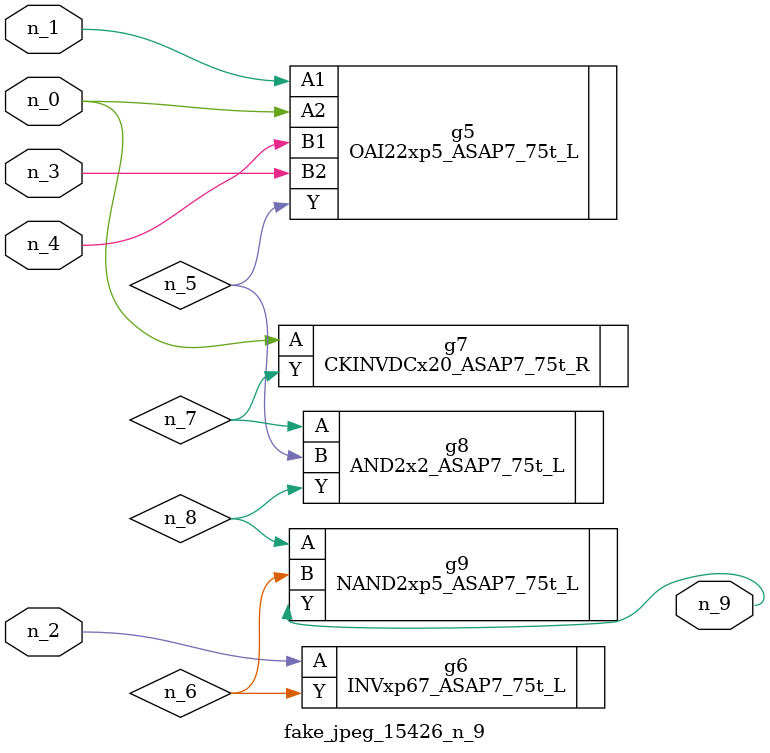
<source format=v>
module fake_jpeg_15426_n_9 (n_3, n_2, n_1, n_0, n_4, n_9);

input n_3;
input n_2;
input n_1;
input n_0;
input n_4;

output n_9;

wire n_8;
wire n_6;
wire n_5;
wire n_7;

OAI22xp5_ASAP7_75t_L g5 ( 
.A1(n_1),
.A2(n_0),
.B1(n_4),
.B2(n_3),
.Y(n_5)
);

INVxp67_ASAP7_75t_L g6 ( 
.A(n_2),
.Y(n_6)
);

CKINVDCx20_ASAP7_75t_R g7 ( 
.A(n_0),
.Y(n_7)
);

AND2x2_ASAP7_75t_L g8 ( 
.A(n_7),
.B(n_5),
.Y(n_8)
);

NAND2xp5_ASAP7_75t_L g9 ( 
.A(n_8),
.B(n_6),
.Y(n_9)
);


endmodule
</source>
